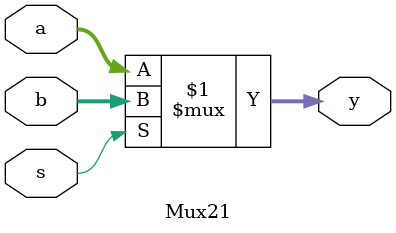
<source format=sv>
module Mux21 #(parameter N = 32) (a, b, s, y);
	input logic [N-1:0] a; // 0
	input logic [N-1:0] b; // 1
	input logic s;
	output logic [N-1:0] y;
	assign y = s ? b : a;
endmodule
</source>
